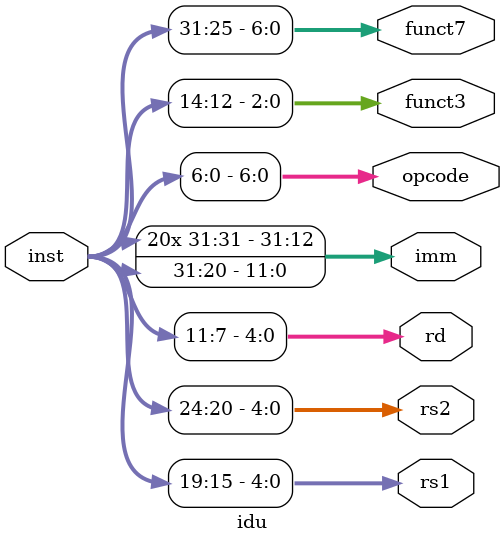
<source format=v>
module idu (
    input wire [31:0] inst,
    output reg [4:0] rs1,
    output reg [4:0] rs2,
    output reg [4:0] rd,
    output reg [31:0] imm,
    output reg [6:0] opcode,
    output reg [2:0] funct3,
    output reg [6:0] funct7
);
    always @(*) begin
        opcode = inst[6:0];
        rd = inst[11:7];
        funct3 = inst[14:12];
        rs1 = inst[19:15];
        rs2 = inst[24:20];
        funct7 = inst[31:25];
        imm = { {20{inst[31]}}, inst[31:20] }; // 立即数扩展
    end
endmodule

</source>
